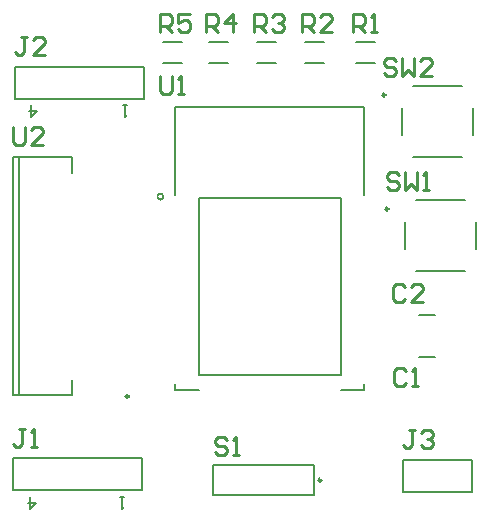
<source format=gto>
G04*
G04 #@! TF.GenerationSoftware,Altium Limited,Altium Designer,21.6.4 (81)*
G04*
G04 Layer_Color=65535*
%FSAX44Y44*%
%MOMM*%
G71*
G04*
G04 #@! TF.SameCoordinates,DC76A47B-B506-48B7-9AA2-343420C74FD4*
G04*
G04*
G04 #@! TF.FilePolarity,Positive*
G04*
G01*
G75*
%ADD10C,0.1270*%
%ADD11C,0.2500*%
%ADD12C,0.2000*%
%ADD13C,0.1524*%
%ADD14C,0.2540*%
D10*
X00164000Y00847100D02*
G03*
X00164000Y00847100I-00002500J00000000D01*
G01*
X00194000Y00845750D02*
X00314000D01*
Y00695750D02*
Y00845750D01*
X00194000Y00695750D02*
X00314000D01*
X00194000D02*
Y00845750D01*
X00174000Y00848350D02*
Y00923350D01*
X00334000D01*
Y00848350D02*
Y00923350D01*
X00174000Y00683350D02*
Y00688350D01*
Y00683350D02*
X00194000D01*
X00334000D02*
Y00688350D01*
X00314000Y00683350D02*
X00334000D01*
D11*
X00351990Y00933090D02*
G03*
X00351990Y00933090I-00001250J00000000D01*
G01*
X00354530Y00836570D02*
G03*
X00354530Y00836570I-00001250J00000000D01*
G01*
X00297780Y00607070D02*
G03*
X00297780Y00607070I-00001250J00000000D01*
G01*
X00134600Y00677880D02*
G03*
X00134600Y00677880I-00001250J00000000D01*
G01*
D12*
X00375200Y00880640D02*
X00417240D01*
X00375200Y00940540D02*
X00417240D01*
X00426190Y00899590D02*
Y00921880D01*
X00366290Y00899300D02*
Y00921880D01*
X00377740Y00784120D02*
X00419780D01*
X00377740Y00844020D02*
X00419780D01*
X00428730Y00803070D02*
Y00825360D01*
X00368830Y00802780D02*
Y00825360D01*
X00163450Y00960010D02*
X00179450D01*
X00163450Y00978010D02*
X00179450D01*
X00145990Y00598640D02*
Y00625640D01*
X00036890D02*
X00145990D01*
X00036890Y00598640D02*
Y00625640D01*
Y00598640D02*
X00145990D01*
X00327280Y00960010D02*
X00343280D01*
X00327280Y00978010D02*
X00343280D01*
X00206120Y00594360D02*
X00291720D01*
X00206120D02*
Y00619760D01*
X00291720D01*
Y00594360D02*
Y00619760D01*
X00284100Y00960010D02*
X00300100D01*
X00284100Y00978010D02*
X00300100D01*
X00243460Y00960010D02*
X00259460D01*
X00243460Y00978010D02*
X00259460D01*
X00380861Y00711459D02*
X00393839D01*
X00380861Y00746501D02*
X00393839D01*
X00202940Y00960010D02*
X00218940D01*
X00202940Y00978010D02*
X00218940D01*
X00037050Y00678780D02*
X00087050D01*
X00037050Y00880780D02*
X00087050D01*
Y00678780D02*
Y00692080D01*
Y00867480D02*
Y00880780D01*
X00037050Y00678780D02*
Y00880780D01*
X00042050Y00678780D02*
Y00880780D01*
X00147260Y00930110D02*
Y00957110D01*
X00038160D02*
X00147260D01*
X00038160Y00930110D02*
Y00957110D01*
Y00930110D02*
X00147260D01*
X00367090Y00624370D02*
X00425390D01*
Y00597370D02*
Y00624370D01*
X00367090Y00597370D02*
X00425390D01*
X00367090D02*
Y00624370D01*
D13*
X00052072Y00924560D02*
Y00914403D01*
X00057150Y00919482D01*
X00050379D01*
X00130810Y00593090D02*
X00127424D01*
X00129117D01*
Y00582933D01*
X00130810Y00584626D01*
X00050802Y00593090D02*
Y00582933D01*
X00055880Y00588012D01*
X00049109D01*
X00133350Y00924560D02*
X00129964D01*
X00131657D01*
Y00914403D01*
X00133350Y00916096D01*
D14*
X00036830Y00906267D02*
Y00893571D01*
X00039369Y00891032D01*
X00044447D01*
X00046987Y00893571D01*
Y00906267D01*
X00062222Y00891032D02*
X00052065D01*
X00062222Y00901189D01*
Y00903728D01*
X00059683Y00906267D01*
X00054604D01*
X00052065Y00903728D01*
X00160782Y00948939D02*
Y00936243D01*
X00163321Y00933704D01*
X00168400D01*
X00170939Y00936243D01*
Y00948939D01*
X00176017Y00933704D02*
X00181095D01*
X00178556D01*
Y00948939D01*
X00176017Y00946400D01*
X00360931Y00962148D02*
X00358391Y00964687D01*
X00353313D01*
X00350774Y00962148D01*
Y00959609D01*
X00353313Y00957069D01*
X00358391D01*
X00360931Y00954530D01*
Y00951991D01*
X00358391Y00949452D01*
X00353313D01*
X00350774Y00951991D01*
X00366009Y00964687D02*
Y00949452D01*
X00371087Y00954530D01*
X00376166Y00949452D01*
Y00964687D01*
X00391401Y00949452D02*
X00381244D01*
X00391401Y00959609D01*
Y00962148D01*
X00388862Y00964687D01*
X00383783D01*
X00381244Y00962148D01*
X00363471Y00865628D02*
X00360932Y00868167D01*
X00355853D01*
X00353314Y00865628D01*
Y00863089D01*
X00355853Y00860549D01*
X00360932D01*
X00363471Y00858010D01*
Y00855471D01*
X00360932Y00852932D01*
X00355853D01*
X00353314Y00855471D01*
X00368549Y00868167D02*
Y00852932D01*
X00373627Y00858010D01*
X00378706Y00852932D01*
Y00868167D01*
X00383784Y00852932D02*
X00388862D01*
X00386323D01*
Y00868167D01*
X00383784Y00865628D01*
X00217929Y00641092D02*
X00215389Y00643631D01*
X00210311D01*
X00207772Y00641092D01*
Y00638553D01*
X00210311Y00636013D01*
X00215389D01*
X00217929Y00633474D01*
Y00630935D01*
X00215389Y00628396D01*
X00210311D01*
X00207772Y00630935D01*
X00223007Y00628396D02*
X00228085D01*
X00225546D01*
Y00643631D01*
X00223007Y00641092D01*
X00160782Y00986536D02*
Y01001771D01*
X00168400D01*
X00170939Y00999232D01*
Y00994154D01*
X00168400Y00991614D01*
X00160782D01*
X00165860D02*
X00170939Y00986536D01*
X00186174Y01001771D02*
X00176017D01*
Y00994154D01*
X00181095Y00996693D01*
X00183635D01*
X00186174Y00994154D01*
Y00989075D01*
X00183635Y00986536D01*
X00178556D01*
X00176017Y00989075D01*
X00200152Y00986536D02*
Y01001771D01*
X00207770D01*
X00210309Y00999232D01*
Y00994154D01*
X00207770Y00991614D01*
X00200152D01*
X00205230D02*
X00210309Y00986536D01*
X00223005D02*
Y01001771D01*
X00215387Y00994154D01*
X00225544D01*
X00240792Y00986536D02*
Y01001771D01*
X00248410D01*
X00250949Y00999232D01*
Y00994154D01*
X00248410Y00991614D01*
X00240792D01*
X00245870D02*
X00250949Y00986536D01*
X00256027Y00999232D02*
X00258566Y01001771D01*
X00263645D01*
X00266184Y00999232D01*
Y00996693D01*
X00263645Y00994154D01*
X00261105D01*
X00263645D01*
X00266184Y00991614D01*
Y00989075D01*
X00263645Y00986536D01*
X00258566D01*
X00256027Y00989075D01*
X00281432Y00986536D02*
Y01001771D01*
X00289049D01*
X00291589Y00999232D01*
Y00994154D01*
X00289049Y00991614D01*
X00281432D01*
X00286510D02*
X00291589Y00986536D01*
X00306824D02*
X00296667D01*
X00306824Y00996693D01*
Y00999232D01*
X00304285Y01001771D01*
X00299206D01*
X00296667Y00999232D01*
X00324612Y00986536D02*
Y01001771D01*
X00332229D01*
X00334769Y00999232D01*
Y00994154D01*
X00332229Y00991614D01*
X00324612D01*
X00329690D02*
X00334769Y00986536D01*
X00339847D02*
X00344925D01*
X00342386D01*
Y01001771D01*
X00339847Y00999232D01*
X00377441Y00649473D02*
X00372362D01*
X00374902D01*
Y00636777D01*
X00372362Y00634238D01*
X00369823D01*
X00367284Y00636777D01*
X00382519Y00646934D02*
X00385058Y00649473D01*
X00390137D01*
X00392676Y00646934D01*
Y00644395D01*
X00390137Y00641855D01*
X00387597D01*
X00390137D01*
X00392676Y00639316D01*
Y00636777D01*
X00390137Y00634238D01*
X00385058D01*
X00382519Y00636777D01*
X00048511Y00982213D02*
X00043432D01*
X00045971D01*
Y00969517D01*
X00043432Y00966978D01*
X00040893D01*
X00038354Y00969517D01*
X00063746Y00966978D02*
X00053589D01*
X00063746Y00977135D01*
Y00979674D01*
X00061207Y00982213D01*
X00056128D01*
X00053589Y00979674D01*
X00047241Y00650743D02*
X00042162D01*
X00044701D01*
Y00638047D01*
X00042162Y00635508D01*
X00039623D01*
X00037084Y00638047D01*
X00052319Y00635508D02*
X00057397D01*
X00054858D01*
Y00650743D01*
X00052319Y00648204D01*
X00368551Y00770378D02*
X00366012Y00772917D01*
X00360933D01*
X00358394Y00770378D01*
Y00760221D01*
X00360933Y00757682D01*
X00366012D01*
X00368551Y00760221D01*
X00383786Y00757682D02*
X00373629D01*
X00383786Y00767839D01*
Y00770378D01*
X00381247Y00772917D01*
X00376168D01*
X00373629Y00770378D01*
X00369313Y00699766D02*
X00366773Y00702305D01*
X00361695D01*
X00359156Y00699766D01*
Y00689609D01*
X00361695Y00687070D01*
X00366773D01*
X00369313Y00689609D01*
X00374391Y00687070D02*
X00379469D01*
X00376930D01*
Y00702305D01*
X00374391Y00699766D01*
M02*

</source>
